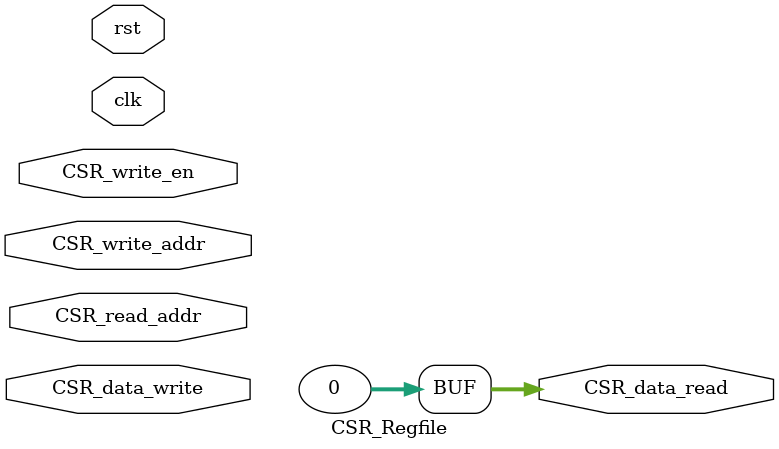
<source format=v>
`timescale 1ns / 1ps

module CSR_Regfile(
    input wire clk,
    input wire rst,
    input wire CSR_write_en,
    input wire [11:0] CSR_write_addr,
    input wire [11:0] CSR_read_addr,
    input wire [31:0] CSR_data_write,
    output wire [31:0] CSR_data_read
    );
    
    // TODO: Complete this module

    assign CSR_data_read = 0;

    /* FIXME: Write your code here... */

endmodule

</source>
